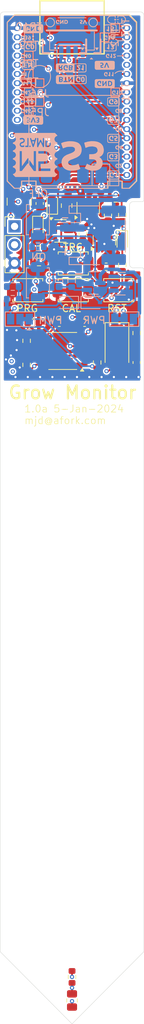
<source format=kicad_pcb>
(kicad_pcb (version 20241229) (generator "pcbnew") (generator_version "9.0")
  (title_block (date "5-Jan-2024") (rev "1.0a") (company "mjd@afork.com"))
  (layers (0 "F.Cu" signal) (4 "In1.Cu" signal) (6 "In2.Cu" signal) (2 "B.Cu" signal) (13 "F.Paste" user) (15 "B.Paste" user) (5 "F.SilkS" user "F.Silkscreen") (7 "B.SilkS" user "B.Silkscreen") (1 "F.Mask" user) (3 "B.Mask" user) (25 "Edge.Cuts" user))
  (net 0 "")
  (net 1 "+3V3")
  (net 2 "GND")
  (net 3 "+BATT")
  (net 4 "Net-(D1-A)")
  (net 5 "/S_SENSE")
  (net 6 "/EN")
  (net 7 "+BATT_SW")
  (net 8 "Net-(D2-A)")
  (net 9 "Net-(D3-A)")
  (net 10 "Net-(D4-A)")
  (net 11 "Net-(D5-A)")
  (net 12 "/BLUE")
  (net 13 "/SDA")
  (net 14 "/SCL")
  (net 15 "/DS18B20")
  (net 16 "/TX")
  (net 17 "/RX")
  (net 18 "Net-(JP1-A)")
  (net 19 "Net-(JP1-C)")
  (net 20 "/PWM")
  (net 21 "Net-(JP2-A)")
  (net 22 "Net-(JP2-B)")
  (net 23 "Net-(M1-A2CH4{slash}TCH1{slash}GPIO15{slash}SCL)")
  (net 24 "Net-(M1-A2CH3{slash}TCH14{slash}GPIO14)")
  (net 25 "Net-(M1-GPIO40{slash}CLK2{slash}MTD0)")
  (net 26 "/B_VOLT")
  (net 27 "/L_SENSE")
  (net 28 "Net-(M1-GPIO39{slash}CLK3{slash}MTCK)")
  (net 29 "Net-(M1-GPIO42{slash}MTMS)")
  (net 30 "/DONE")
  (net 31 "Net-(M1-A1CH9{slash}TCH10{slash}GPIO10)")
  (net 32 "/TH_PWR")
  (net 33 "Net-(M1-GPIO46)")
  (net 34 "/T_SENSE")
  (net 35 "/CALIB")
  (net 36 "/PROG")
  (net 37 "Net-(M1-GPIO41{slash}CLK1{slash}MTDI)")
  (net 38 "/PWR")
  (net 39 "Net-(U2-DELAY{slash}M_DRV)")
  (net 40 "Net-(U5-CV)")
  (net 41 "Net-(U5-THR)")
  (net 42 "Net-(Q1-G)")
  (net 43 "Net-(U5-DIS)")
  (net 45 "Net-(D4-K)")
  (net 46 "Net-(R22-Pad2)")
  (footprint "LED_SMD:LED_0603_1608Metric" (layer "F.Cu") (at 57.25 76.5 90)
    (property "Reference" "D1" (hide yes))
    (property "Value" "GREEN")
  )
  (footprint "Capacitor_SMD:C_0805_2012Metric" (layer "F.Cu") (at 59.25 76.8 -90)
    (property "Reference" "C3" (hide yes))
    (property "Value" "22u 25V")
  )
  (footprint "Resistor_SMD:R_0603_1608Metric" (layer "F.Cu") (at 66.075 75.8 180)
    (property "Reference" "R8" (hide yes))
    (property "Value" "100k")
  )
  (footprint "LED_SMD:LED_0603_1608Metric" (layer "F.Cu") (at 67 81.75 -90)
    (property "Reference" "D2" (hide yes))
    (property "Value" "BLUE")
  )
  (footprint "Package_TO_SOT_SMD:SOT-23-6" (layer "F.Cu") (at 58.3875 80.3)
    (property "Reference" "U2" (hide yes))
    (property "Value" "TPL5110")
  )
  (footprint "Resistor_SMD:R_0603_1608Metric" (layer "F.Cu") (at 63.5 98.5 90)
    (property "Reference" "R13" (hide yes))
    (property "Value" "10k")
  )
  (footprint "Capacitor_SMD:C_0603_1608Metric" (layer "F.Cu") (at 65 78.1 90)
    (property "Reference" "C2" (hide yes))
    (property "Value" "100n")
  )
  (footprint "Connector_PinHeader_2.54mm:PinHeader_1x03_P2.54mm_Vertical" (layer "F.Cu") (at 52 79.67)
    (property "Reference" "J3" (hide yes))
    (property "Value" "DS18B20")
  )
  (footprint "Package_TO_SOT_SMD:SOT-23-5" (layer "F.Cu") (at 62.25 77.1375 90)
    (property "Reference" "U1" (hide yes))
    (property "Value" "SPX3819M5-L-3-3")
  )
  (footprint "local:pcb-cap" (layer "F.Cu") (at 60 170)
    (property "Reference" "C7" (hide yes))
    (property "Value" "PCB CAP" (hide yes))
  )
  (footprint "Resistor_SMD:R_0603_1608Metric" (layer "F.Cu") (at 67 78.1 90)
    (property "Reference" "R1" (hide yes))
    (property "Value" "100k")
  )
  (footprint "Resistor_SMD:R_0805_2012Metric" (layer "F.Cu") (at 60 186.75 -90)
    (property "Reference" "TH1" (hide yes))
    (property "Value" "10k")
  )
  (footprint "local:SW_Push_SPST_NO_432" (layer "F.Cu") (at 60.175 84.8)
    (property "Reference" "SW1" (hide yes))
    (property "Value" "PWR2")
  )
  (footprint "Diode_SMD:D_SMA" (layer "F.Cu") (at 66.25 96.5 -90)
    (property "Reference" "D3" (hide yes))
    (property "Value" "ES2G")
  )
  (footprint "Capacitor_SMD:C_0603_1608Metric" (layer "F.Cu") (at 55.5 76.5 -90)
    (property "Reference" "C6" (hide yes))
    (property "Value" "1u")
  )
  (footprint "Capacitor_SMD:C_0603_1608Metric" (layer "F.Cu") (at 54.6 93)
    (property "Reference" "C11" (hide yes))
    (property "Value" "470pF")
  )
  (footprint "Capacitor_SMD:C_0603_1608Metric" (layer "F.Cu") (at 69 98.5 -90)
    (property "Reference" "C9" (hide yes))
    (property "Value" "1n")
  )
  (footprint "local:SW_Push_SPST_NO_432" (layer "F.Cu") (at 66.5 88.5 180)
    (property "Reference" "SW3" (hide yes))
    (property "Value" "EN")
  )
  (footprint "Diode_SMD:D_0603_1608Metric" (layer "F.Cu") (at 55.25 79.75 -90)
    (property "Reference" "Q2" (hide yes))
    (property "Value" "ALS-PT19-315C")
  )
  (footprint "Resistor_SMD:R_0603_1608Metric" (layer "F.Cu") (at 55.4 84.6)
    (property "Reference" "R11" (hide yes))
    (property "Value" "470R")
  )
  (footprint "Resistor_SMD:R_Array_Convex_4x0603" (layer "F.Cu") (at 52.65 76.25 -90)
    (property "Reference" "RN1" (hide yes))
    (property "Value" "10k")
  )
  (footprint "Resistor_SMD:R_0603_1608Metric" (layer "F.Cu") (at 53.68 98.825 90)
    (property "Reference" "R12" (hide yes))
    (property "Value" "330R")
  )
  (footprint "Resistor_SMD:R_0603_1608Metric" (layer "F.Cu") (at 67 85 90)
    (property "Reference" "R9" (hide yes))
    (property "Value" "10k")
  )
  (footprint "local:SW_Push_SPST_NO_432" (layer "F.Cu") (at 53.85 88.5)
    (property "Reference" "SW4" (hide yes))
    (property "Value" "PROG")
  )
  (footprint "Package_SO:SOIC-8_3.9x4.9mm_P1.27mm" (layer "F.Cu") (at 58.705 96.905 180)
    (property "Reference" "U5" (hide yes))
    (property "Value" "NE555P")
  )
  (footprint "Resistor_SMD:R_0603_1608Metric" (layer "F.Cu") (at 53.68 95.5 90)
    (property "Reference" "R16" (hide yes))
    (property "Value" "1k6")
  )
  (footprint "Resistor_SMD:R_0603_1608Metric" (layer "F.Cu") (at 55.4 82.9)
    (property "Reference" "R3" (hide yes))
    (property "Value" "124k")
  )
  (footprint "Capacitor_SMD:C_0603_1608Metric" (layer "F.Cu") (at 64.75 85.25)
    (property "Reference" "C1" (hide yes))
    (property "Value" "100n")
  )
  (footprint "Resistor_SMD:R_0603_1608Metric" (layer "F.Cu") (at 60 183.5 -90)
    (property "Reference" "R23" (hide yes))
    (property "Value" "100k")
  )
  (footprint "local:SW_Push_SPST_NO_432" (layer "F.Cu") (at 60.175 88.5)
    (property "Reference" "SW2" (hide yes))
    (property "Value" "CALIB")
  )
  (footprint "Capacitor_SMD:C_0603_1608Metric" (layer "F.Cu") (at 61.75 93 180)
    (property "Reference" "C8" (hide yes))
    (property "Value" "100n")
  )
  (footprint "Resistor_SMD:R_0603_1608Metric" (layer "F.Cu") (at 61.5 80.75 90)
    (property "Reference" "R7" (hide yes))
    (property "Value" "200k")
  )
  (footprint "Capacitor_SMD:C_0603_1608Metric" (layer "F.Cu") (at 58.225 93)
    (property "Reference" "C10" (hide yes))
    (property "Value" "10n")
  )
  (footprint "local:STAMP-S3-DIP" (layer "F.Cu") (at 60 62.4 180)
    (property "Reference" "M1" (hide yes))
    (property "Value" "M5StampS3" (hide yes))
  )
  (footprint "Resistor_SMD:R_0603_1608Metric" (layer "F.Cu") (at 69 94.425 -90)
    (property "Reference" "R15" (hide yes))
    (property "Value" "1M")
  )
  (footprint "Package_TO_SOT_SMD:SOT-23" (layer "F.Cu") (at 64.5 81.6 90)
    (property "Reference" "Q1" (hide yes))
    (property "Value" "AO3401A")
  )
  (footprint "local:TestPoint_Pad_1.0x1.0mm" (layer "B.Cu") (at 53.98 61.13 180)
    (property "Reference" "TP7")
    (property "Value" "TestPoint")
  )
  (footprint "local:TestPoint_Pad_1.0x1.0mm" (layer "B.Cu") (at 53.98 53.509998 180)
    (property "Reference" "TP10")
    (property "Value" "TestPoint")
  )
  (footprint "local:TestPoint_Pad_1.0x1.0mm" (layer "B.Cu") (at 55.48 62.45)
    (property "Reference" "JP5")
    (property "Value" "PCB_Pin_Breakout")
  )
  (footprint "Diode_SMD:D_SOD-323" (layer "B.Cu") (at 59.3 90.2 180)
    (property "Reference" "D5" (hide yes))
    (property "Value" "1N5819WS")
  )
  (footprint "local:AHT21B" (layer "B.Cu") (at 60.25 72.55 180)
    (property "Reference" "M2" (hide yes))
    (property "Value" "AHT21B")
  )
  (footprint "local:TestPoint_Pad_1.0x1.0mm" (layer "B.Cu") (at 53.98 56.049998 180)
    (property "Reference" "TP9")
    (property "Value" "TestPoint")
  )
  (footprint "Resistor_SMD:R_0603_1608Metric" (layer "B.Cu") (at 55.25 82.5 180)
    (property "Reference" "R22" (hide yes))
    (property "Value" "1k")
  )
  (footprint "Diode_SMD:D_SOD-323" (layer "B.Cu") (at 62.85 90.2)
    (property "Reference" "D4" (hide yes))
    (property "Value" "1N5819WS")
  )
  (footprint "local:TestPoint_Pad_1.0x1.0mm" (layer "B.Cu") (at 53.98 58.59 180)
    (property "Reference" "TP8")
    (property "Value" "TestPoint")
  )
  (footprint "local:TestPoint_Pad_1.0x1.0mm" (layer "B.Cu") (at 55.48 59.859996)
    (property "Reference" "JP6")
    (property "Value" "PCB_Pin_Breakout")
  )
  (footprint "local:TestPoint_Pad_1.0x1.0mm" (layer "B.Cu") (at 53.98 63.7 180)
    (property "Reference" "TP6")
    (property "Value" "TestPoint")
  )
  (footprint "Package_TO_SOT_SMD:SOT-23" (layer "B.Cu") (at 63 87.5)
    (property "Reference" "Q3" (hide yes))
    (property "Value" "AO3401A")
  )
  (footprint "Capacitor_SMD:C_0603_1608Metric" (layer "B.Cu") (at 58.2 87.25 -90)
    (property "Reference" "C20" (hide yes))
    (property "Value" "100n")
  )
  (footprint "local:SW_Push_SPST_NO_432" (layer "B.Cu") (at 55.25 78.75 -90)
    (property "Reference" "SW5" (hide yes))
    (property "Value" "KILL")
  )
  (footprint "Resistor_SMD:R_0603_1608Metric" (layer "B.Cu") (at 51.75 89.75 180)
    (property "Reference" "R5" (hide yes))
    (property "Value" "1M")
  )
  (footprint "Jumper:SolderJumper-3_P1.3mm_Bridged12_Pad1.0x1.5mm" (layer "B.Cu") (at 67.25 92.5)
    (property "Reference" "JP2" (hide yes))
    (property "Value" "PWR_SELECT")
  )
  (footprint "Jumper:SolderJumper-3_P1.3mm_Bridged12_Pad1.0x1.5mm" (layer "B.Cu") (at 52.75 92.5 180)
    (property "Reference" "JP1" (hide yes))
    (property "Value" "PWM_SELECT")
  )
  (footprint "Package_TO_SOT_SMD:SOT-23" (layer "B.Cu") (at 66.75 87.6)
    (property "Reference" "Q4" (hide yes))
    (property "Value" "2N7002")
  )
  (footprint "Resistor_SMD:R_0603_1608Metric" (layer "B.Cu") (at 59.95 87.25 -90)
    (property "Reference" "R21" (hide yes))
    (property "Value" "100k")
  )
  (footprint "local:TestPoint_Pad_1.0x1.0mm" (layer "B.Cu") (at 64.52 53.509998 90)
    (property "Reference" "TP2")
    (property "Value" "TestPoint")
  )
  (footprint "local:TestPoint_Pad_1.0x1.0mm" (layer "B.Cu") (at 66.02 61.129998 90)
    (property "Reference" "TP1")
    (property "Value" "TestPoint")
  )
  (footprint "Resistor_SMD:R_0603_1608Metric" (layer "B.Cu") (at 51.75 88 180)
    (property "Reference" "R6" (hide yes))
    (property "Value" "330R")
  )
  (footprint "local:TestPoint_Pad_1.0x1.0mm" (layer "B.Cu") (at 66.02 52.24 90)
    (property "Reference" "TP3")
    (property "Value" "TestPoint")
  )
  (footprint "local:SW_Push_SPST_NO_432" (layer "B.Cu") (at 55.25 87.5 -90)
    (property "Reference" "SW6" (hide yes))
    (property "Value" "PWR1")
  )
  (footprint "Connector_JST:JST_PH_S2B-PH-SM4-TB_1x02-1MP_P2.00mm_Horizontal" (layer "B.Cu") (at 62.9 80.9 -90)
    (property "Reference" "J1" (hide yes))
    (property "Value" "PH 2.0")
  )
  (footprint "Connector_JST:JST_SH_SM04B-SRSS-TB_1x04-1MP_P1.00mm_Horizontal" (layer "B.Cu") (at 60 53.5)
    (property "Reference" "J2" (hide yes))
    (property "Value" "I2C1")
  )
  (gr_line (start 70 50.5) (end 70 76) (stroke (width 0.05)) (layer "Edge.Cuts"))
  (gr_line (start 68 76.75) (end 68 84.9) (stroke (width 0.05)) (layer "Edge.Cuts"))
  (gr_line (start 70 85.643896) (end 70 180) (stroke (width 0.05)) (layer "Edge.Cuts"))
  (gr_line (start 69.5 50) (end 50.5 50) (stroke (width 0.05)) (layer "Edge.Cuts"))
  (gr_line (start 70 180) (end 60 190) (stroke (width 0.05)) (layer "Edge.Cuts"))
  (gr_line (start 68.5 85.4) (end 69.75 85.4) (stroke (width 0.05)) (layer "Edge.Cuts"))
  (gr_line (start 60 190) (end 50 180) (stroke (width 0.05)) (layer "Edge.Cuts"))
  (gr_line (start 69.75 76.25) (end 68.5 76.25) (stroke (width 0.05)) (layer "Edge.Cuts"))
  (gr_arc (start 50 50.5) (mid 50.146447 50.146447) (end 50.5 50) (stroke (width 0.05)) (layer "Edge.Cuts"))
  (gr_arc (start 69.5 50) (mid 69.853553 50.146447) (end 70 50.5) (stroke (width 0.05)) (layer "Edge.Cuts"))
  (gr_arc (start 68 76.75) (mid 68.146447 76.396447) (end 68.5 76.25) (stroke (width 0.05)) (layer "Edge.Cuts"))
  (gr_arc (start 70 76) (mid 69.926777 76.176777) (end 69.75 76.25) (stroke (width 0.05)) (layer "Edge.Cuts"))
  (gr_line (start 50 180) (end 50 50.5) (stroke (width 0.05)) (layer "Edge.Cuts"))
  (gr_arc (start 68.5 85.4) (mid 68.146447 85.253553) (end 68 84.9) (stroke (width 0.05)) (layer "Edge.Cuts"))
  (gr_arc (start 69.75 85.4) (mid 69.92493 85.470755) (end 70 85.643896) (stroke (width 0.05)) (layer "Edge.Cuts"))
  (gr_text "PRG" (at 52.153572 91.6 0) (layer "F.SilkS") (effects (font (size 1 1)) (justify left bottom)))
  (gr_text "TRG" (at 58.65 83.15 0) (layer "F.SilkS") (effects (font (size 1 1)) (justify left bottom)))
  (gr_text "CAL" (at 58.478572 91.6 0) (layer "F.SilkS") (effects (font (size 1 1)) (justify left bottom)))
  (gr_text "RST" (at 64.803572 91.6 0) (layer "F.SilkS") (effects (font (size 1 1)) (justify left bottom)))
  (gr_text "${REVISION} ${ISSUE_DATE}\n${COMPANY}" (at 53.3 107.1 0) (layer "F.SilkS") (effects (font (size 1 1) (thickness 0.1)) (justify left bottom)))
  (gr_text "Grow Monitor" (at 51 103.7 0) (layer "F.SilkS") (effects (font (size 1.8 1.8) (thickness 0.3) (bold yes)) (justify left bottom)))
  (gr_text "+" (at 59.75 83.75 0) (layer "B.SilkS") (effects (font (size 1 1)) (justify left bottom mirror)))
  (gr_text "ON" (at 56.5 84.5 0) (layer "B.SilkS") (effects (font (size 1 1)) (justify left bottom mirror)))
  (gr_text "OFF" (at 56.75 75.75 0) (layer "B.SilkS") (effects (font (size 1 1)) (justify left bottom mirror)))
  (gr_text "PWM" (at 58.75 93.24425 0) (layer "B.SilkS") (effects (font (size 1 1)) (justify left bottom mirror)))
  (gr_text "-" (at 59.75 79 0) (layer "B.SilkS") (effects (font (size 1 1)) (justify left bottom mirror)))
  (gr_text "PWR" (at 64.75 93.24425 0) (layer "B.SilkS") (effects (font (size 1 1)) (justify left bottom mirror)))
  (segment (start 61.18 95) (end 61.5 95) (width 0.25) (layer "F.Cu") (net 1))
  (segment (start 55.25 78.9625) (end 55.335447 78.9625) (width 0.25) (layer "F.Cu") (net 1))
  (segment (start 59.453739 74.25) (end 59.448552 74.255187) (width 1) (layer "F.Cu") (net 1))
  (segment (start 59.448552 75.651448) (end 59.448552 74.255187) (width 1) (layer "F.Cu") (net 1))
  (segment (start 61.15 75.85) (end 59.25 75.85) (width 1) (layer "F.Cu") (net 1))
  (segment (start 51.45 77.15) (end 52.25 77.15) (width 0.25) (layer "F.Cu") (net 1))
  (segment (start 61.3 76) (end 61.3 74.921322) (width 1) (layer "F.Cu") (net 1))
  (segment (start 60.75 74.371322) (end 61.159849 74.781171) (width 1) (layer "F.Cu") (net 1))
  (segment (start 61.3 76) (end 61.15 75.85) (width 1) (layer "F.Cu") (net 1))
  (segment (start 51.45 78.2) (end 51.5 78.25) (width 0.25) (layer "F.Cu") (net 1))
  (segment (start 59.25 75.85) (end 59.448552 75.651448) (width 1) (layer "F.Cu") (net 1))
  (segment (start 51.45 77.15) (end 51.45 78.2) (width 0.25) (layer "F.Cu") (net 1))
  (segment (start 52.25 77.15) (end 53.05 77.15) (width 0.25) (layer "F.Cu") (net 1))
  (segment (start 61.5 95) (end 62.25 94.25) (width 0.25) (layer "F.Cu") (net 1))
  (segment (start 53.05 77.15) (end 53.85 77.15) (width 0.25) (layer "F.Cu") (net 1))
  (segment (start 56.23 98.81) (end 54.94 98.81) (width 0.25) (layer "F.Cu") (net 1))
  (segment (start 54.94 98.81) (end 54.75 99) (width 0.25) (layer "F.Cu") (net 1))
  (segment (start 55.335447 78.9625) (end 56.125 78.172947) (width 0.25) (layer "F.Cu") (net 1))
  (segment (start 54.1 99.65) (end 54.75 99) (width 0.25) (layer "F.Cu") (net 1))
  (segment (start 67 85.825) (end 67 88.07211) (width 0.25) (layer "F.Cu") (net 1))
  (segment (start 53.68 99.65) (end 54.1 99.65) (width 0.25) (layer "F.Cu") (net 1))
  (segment (start 62.525 93) (end 62.525 93.975) (width 0.25) (layer "F.Cu") (net 1))
  (segment (start 60.75 74.25) (end 60.75 74.371322) (width 1) (layer "F.Cu") (net 1))
  (segment (start 67 88.07211) (end 65.5 89.57211) (width 0.25) (layer "F.Cu") (net 1))
  (segment (start 61.3 74.921322) (end 61.159849 74.781171) (width 1) (layer "F.Cu") (net 1))
  (segment (start 62.525 93.975) (end 62.25 94.25) (width 0.25) (layer "F.Cu") (net 1))
  (segment (start 60 74.25) (end 60.75 74.25) (width 1) (layer "F.Cu") (net 1))
  (segment (start 60 74.25) (end 59.453739 74.25) (width 1) (layer "F.Cu") (net 1))
  (via (at 59.448552 74.255187) (size 0.6) (drill 0.3) (layers "F.Cu" "B.Cu") (net 1))
  (via (at 59.597247 56.692267) (size 0.6) (drill 0.3) (layers "F.Cu" "B.Cu") (net 1))
  (via (at 51.5 78.25) (size 0.6) (drill 0.3) (layers "F.Cu" "B.Cu") (net 1))
  (via (at 62.25 94.25) (size 0.6) (drill 0.3) (layers "F.Cu" "B.Cu") (net 1))
  (via (at 60 74.25) (size 0.6) (drill 0.3) (layers "F.Cu" "B.Cu") (net 1))
  (via (at 65.5 89.57211) (size 0.6) (drill 0.3) (layers "F.Cu" "B.Cu") (net 1))
  (via (at 60.75 74.25) (size 0.6) (drill 0.3) (layers "F.Cu" "B.Cu") (net 1))
  (via (at 61.159849 74.781171) (size 0.6) (drill 0.3) (layers "F.Cu" "B.Cu") (net 1))
  (via (at 64.1 74.1) (size 0.6) (drill 0.3) (layers "F.Cu" "B.Cu") (net 1))
  (via (at 56.125 78.172947) (size 0.6) (drill 0.3) (layers "F.Cu" "B.Cu") (net 1))
  (via (at 54.75 99) (size 0.6) (drill 0.3) (layers "F.Cu" "B.Cu") (net 1))
  (segment (start 59.5 56.59502) (end 59.597247 56.692267) (width 0.25) (layer "B.Cu") (net 1))
  (segment (start 64.06 72.55) (end 64.06 74.06) (width 0.25) (layer "B.Cu") (net 1))
  (segment (start 59.5 55.5) (end 59.5 56.59502) (width 0.25) (layer "B.Cu") (net 1))
  (segment (start 64.06 74.06) (end 64.1 74.1) (width 0.25) (layer "B.Cu") (net 1))
  (segment (start 57.2375 77.275) (end 57.25 77.2875) (width 0.25) (layer "F.Cu") (net 2))
  (segment (start 57.5 82.85) (end 56.275 82.85) (width 0.25) (layer "F.Cu") (net 2))
  (segment (start 55.5 77.275) (end 57.2375 77.275) (width 0.25) (layer "F.Cu") (net 2))
  (segment (start 62.7 79.5) (end 63.1 79.9) (width 0.5) (layer "F.Cu") (net 2))
  (segment (start 68.7 88.5) (end 67.9 89.3) (width 0.25) (layer "F.Cu") (net 2))
  (segment (start 61.5 79.925) (end 62.175 79.925) (width 0.5) (layer "F.Cu") (net 2))
  (segment (start 59.25 77.75) (end 58.524981 78.475019) (width 0.5) (layer "F.Cu") (net 2))
  (segment (start 62.175 79.925) (end 62.7 79.4) (width 0.5) (layer "F.Cu") (net 2))
  (segment (start 57.25 77.268548) (end 56.775 76.793548) (width 0.25) (layer "F.Cu") (net 2))
  (segment (start 58.524981 78.475019) (end 58.524981 78.705191) (width 0.5) (layer "F.Cu") (net 2))
  (segment (start 62.275 79.925) (end 62.3 79.9) (width 0.5) (layer "F.Cu") (net 2))
  (segment (start 61.5 79.925) (end 62.275 79.925) (width 0.5) (layer "F.Cu") (net 2))
  (segment (start 65.525 87.347947) (end 65.631939 87.454886) (width 0.25) (layer "F.Cu") (net 2))
  (segment (start 67.9 89.3) (end 67.9 89.8) (width 0.25) (layer "F.Cu") (net 2))
  (segment (start 56.587501 80.3) (end 56.225 80.662501) (width 0.25) (layer "F.Cu") (net 2))
  (segment (start 62.25 79.175) (end 62.25 78.275) (width 0.5) (layer "F.Cu") (net 2))
  (segment (start 65.525 85.25) (end 65.525 87.347947) (width 0.25) (layer "F.Cu") (net 2))
  (segment (start 62.7 79.4) (end 62.7 79.5) (width 0.5) (layer "F.Cu") (net 2))
  (segment (start 60 186.85) (end 60 187.6625) (width 0.25) (layer "F.Cu") (net 2))
  (segment (start 62.3 79.9) (end 63.1 79.9) (width 0.5) (layer "F.Cu") (net 2))
  (segment (start 57.25 80.3) (end 56.587501 80.3) (width 0.25) (layer "F.Cu") (net 2))
  (segment (start 56.275 82.85) (end 56.225 82.9) (width 0.25) (layer "F.Cu") (net 2))
  (segment (start 62.25 78.275) (end 62.25 78.95) (width 0.5) (layer "F.Cu") (net 2))
  (segment (start 59 93) (end 60.975 93) (width 0.25) (layer "F.Cu") (net 2))
  (segment (start 56.225 80.662501) (end 56.225 82.9) (width 0.25) (layer "F.Cu") (net 2))
  (segment (start 57.25 77.2875) (end 57.25 77.268548) (width 0.25) (layer "F.Cu") (net 2))
  (segment (start 62.25 78.95) (end 62.7 79.4) (width 0.5) (layer "F.Cu") (net 2))
  (segment (start 61.5 79.925) (end 62.25 79.175) (width 0.5) (layer "F.Cu") (net 2))
  (via (at 58.749919 56.759644) (size 0.6) (drill 0.3) (layers "F.Cu" "B.Cu") (net 2))
  (via (at 65.631939 87.454886) (size 0.6) (drill 0.3) (layers "F.Cu" "B.Cu") (net 2))
  (via (at 56.775 76.793548) (size 0.6) (drill 0.3) (layers "F.Cu" "B.Cu") (net 2))
  (via (at 65.826028 100.510261) (size 0.6) (drill 0.3) (layers "F.Cu" "B.Cu") (net 2))
  (via (at 52.25 94.05) (size 0.6) (drill 0.3) (layers "F.Cu" "B.Cu") (net 2))
  (via (at 62.3 79.9) (size 0.6) (drill 0.3) (layers "F.Cu" "B.Cu") (net 2))
  (via (at 60 186.85) (size 0.6) (drill 0.3) (layers "F.Cu" "B.Cu") (net 2))
  (via (at 65.8 79.6) (size 0.6) (drill 0.3) (layers "F.Cu" "B.Cu") (net 2))
  (via (at 64.114042 100.510261) (size 0.6) (drill 0.3) (layers "F.Cu" "B.Cu") (net 2))
  (via (at 51.484899 97.528287) (size 0.6) (drill 0.3) (layers "F.Cu" "B.Cu") (net 2))
  (via (at 67.538014 100.510261) (size 0.6) (drill 0.3) (layers "F.Cu" "B.Cu") (net 2))
  (via (at 63.1 79.9) (size 0.6) (drill 0.3) (layers "F.Cu" "B.Cu") (net 2))
  (via (at 52.13014 100.510261) (size 0.6) (drill 0.3) (layers "F.Cu" "B.Cu") (net 2))
  (via (at 69.25 100.510261) (size 0.6) (drill 0.3) (layers "F.Cu" "B.Cu") (net 2))
  (via (at 53.842126 100.510261) (size 0.6) (drill 0.3) (layers "F.Cu" "B.Cu") (net 2))
  (via (at 50.801184 98.07666) (size 0.6) (drill 0.3) (layers "F.Cu" "B.Cu") (net 2))
  (via (at 52.71722 99.187375) (size 0.6) (drill 0.3) (layers "F.Cu" "B.Cu") (net 2))
  (via (at 67.9 89.8) (size 0.6) (drill 0.3) (layers "F.Cu" "B.Cu") (net 2))
  (via (at 50.95 94) (size 0.6) (drill 0.3) (layers "F.Cu" "B.Cu") (net 2))
  (via (at 52.282751 96.782751) (size 0.6) (drill 0.3) (layers "F.Cu" "B.Cu") (net 2))
  (via (at 62.7 79.4) (size 0.6) (drill 0.3) (layers "F.Cu" "B.Cu") (net 2))
  (via (at 52.35 95.4) (size 0.6) (drill 0.3) (layers "F.Cu" "B.Cu") (net 2))
  (via (at 62.402056 100.510261) (size 0.6) (drill 0.3) (layers "F.Cu" "B.Cu") (net 2))
  (via (at 55.554112 100.510261) (size 0.6) (drill 0.3) (layers "F.Cu" "B.Cu") (net 2))
  (via (at 60.69007 100.510261) (size 0.6) (drill 0.3) (layers "F.Cu" "B.Cu") (net 2))
  (via (at 64.5 82.1) (size 0.6) (drill 0.3) (layers "F.Cu" "B.Cu") (net 2))
  (via (at 58.978084 100.510261) (size 0.6) (drill 0.3) (layers "F.Cu" "B.Cu") (net 2))
  (via (at 62.1 78.65) (size 0.6) (drill 0.3) (layers "F.Cu" "B.Cu") (net 2))
  (via (at 57.5 82.85) (size 0.6) (drill 0.3) (layers "F.Cu" "B.Cu") (net 2))
  (via (at 57.266098 100.510261) (size 0.6) (drill 0.3) (layers "F.Cu" "B.Cu") (net 2))
  (via (at 58.524981 78.705191) (size 0.6) (drill 0.3) (layers "F.Cu" "B.Cu") (net 2))
  (segment (start 65.8 84.25) (end 64.5 82.95) (width 0.25) (layer "B.Cu") (net 2))
  (segment (start 57.134545 83.215455) (end 57.5 82.85) (width 0.25) (layer "B.Cu") (net 2))
  (segment (start 58.5 56.509725) (end 58.749919 56.759644) (width 0.25) (layer "B.Cu") (net 2))
  (segment (start 64.5 82.95) (end 64.5 82.1) (width 0.25) (layer "B.Cu") (net 2))
  (segment (start 59.71979 79.9) (end 58.524981 78.705191) (width 0.5) (layer "B.Cu") (net 2))
  (segment (start 58.5 55.5) (end 58.5 56.509725) (width 0.25) (layer "B.Cu") (net 2))
  (segment (start 57.134545 83.415455) (end 57.134545 83.215455) (width 0.25) (layer "B.Cu") (net 2))
  (segment (start 57.134545 83.415455) (end 55.25 85.3) (width 0.25) (layer "B.Cu") (net 2))
  (segment (start 67.6875 89.5875) (end 67.9 89.8) (width 0.25) (layer "B.Cu") (net 2))
  (segment (start 65.777053 87.6) (end 65.631939 87.454886) (width 0.25) (layer "B.Cu") (net 2))
  (segment (start 67.6875 87.6) (end 67.6875 89.5875) (width 0.25) (layer "B.Cu") (net 2))
  (segment (start 62.1 78.65) (end 61.3 78.65) (width 0.5) (layer "B.Cu") (net 2))
  (segment (start 60.05 79.9) (end 59.71979 79.9) (width 0.5) (layer "B.Cu") (net 2))
  (segment (start 65.8 77.55) (end 65.8 79.6) (width 0.25) (layer "B.Cu") (net 2))
  (segment (start 67.6875 87.6) (end 65.777053 87.6) (width 0.25) (layer "B.Cu") (net 2))
  (segment (start 61.3 78.65) (end 60.05 79.9) (width 0.5) (layer "B.Cu") (net 2))
  (segment (start 57.25 79.35) (end 58.5 79.35) (width 0.25) (layer "F.Cu") (net 3))
  (segment (start 58.7 83.570404) (end 59.929596 84.8) (width 0.25) (layer "F.Cu") (net 3))
  (segment (start 58.5 79.35) (end 59.525 79.35) (width 0.25) (layer "F.Cu") (net 3))
  (segment (start 61.2 84.6) (end 61.2 84.300004) (width 0.25) (layer "F.Cu") (net 3))
  (segment (start 61 84.8) (end 61.2 84.6) (width 0.25) (layer "F.Cu") (net 3))
  (segment (start 65.45 82.5375) (end 65.45 83.065075) (width 1) (layer "F.Cu") (net 3))
  (segment (start 58.7 83.036396) (end 58.7 83.570404) (width 0.25) (layer "F.Cu") (net 3))
  (segment (start 62.725 85.25) (end 62.275 84.8) (width 0.25) (layer "F.Cu") (net 3))
  (segment (start 58.5 79.35) (end 58.5 81.663604) (width 0.25) (layer "F.Cu") (net 3))
  (segment (start 63.975 85.25) (end 62.725 85.25) (width 0.25) (layer "F.Cu") (net 3))
  (segment (start 59.929596 84.8) (end 61 84.8) (width 0.25) (layer "F.Cu") (net 3))
  (segment (start 58.85 82.013604) (end 58.85 82.886396) (width 0.25) (layer "F.Cu") (net 3))
  (segment (start 58.85 82.886396) (end 58.7 83.036396) (width 0.25) (layer "F.Cu") (net 3))
  (segment (start 61 84.8) (end 62.275 84.8) (width 0.25) (layer "F.Cu") (net 3))
  (segment (start 63.975 84.540075) (end 63.975 85.25) (width 1) (layer "F.Cu") (net 3))
  (segment (start 65.45 83.065075) (end 63.975 84.540075) (width 1) (layer "F.Cu") (net 3))
  (segment (start 58.5 81.663604) (end 58.85 82.013604) (width 0.25) (layer "F.Cu") (net 3))
  (via (at 61.2 84.300004) (size 0.6) (drill 0.3) (layers "F.Cu" "B.Cu") (net 3))
  (segment (start 60.05 81.9) (end 61.8 81.9) (width 1) (layer "B.Cu") (net 3))
  (segment (start 59.348783 86.546713) (end 58.746713 86.546713) (width 0.25) (layer "B.Cu") (net 3))
  (segment (start 59.95 86.425) (end 59.470496 86.425) (width 0.25) (layer "B.Cu") (net 3))
  (segment (start 61.8 81.9) (end 62.304374 82.404374) (width 1) (layer "B.Cu") (net 3))
  (segment (start 62.304374 84.058126) (end 62.0625 84.3) (width 1) (layer "B.Cu") (net 3))
  (segment (start 62.304374 82.404374) (end 62.304374 84.058126) (width 1) (layer "B.Cu") (net 3))
  (segment (start 59.470496 86.425) (end 59.348783 86.546713) (width 0.25) (layer "B.Cu") (net 3))
  (segment (start 61.9375 86.425) (end 59.95 86.425) (width 0.25) (layer "B.Cu") (net 3))
  (segment (start 61.200004 84.3) (end 61.2 84.300004) (width 0.25) (layer "B.Cu") (net 3))
  (segment (start 62.0625 84.3) (end 62.0625 86.55) (width 1) (layer "B.Cu") (net 3))
  (segment (start 62.0625 84.3) (end 61.200004 84.3) (width 0.25) (layer "B.Cu") (net 3))
  (segment (start 58.675 86.475) (end 58.2 86.475) (width 0.25) (layer "B.Cu") (net 3))
  (segment (start 62.0625 86.55) (end 61.9375 86.425) (width 0.25) (layer "B.Cu") (net 3))
  (segment (start 58.746713 86.546713) (end 58.675 86.475) (width 0.25) (layer "B.Cu") (net 3))
  (segment (start 55.987501 76.5) (end 56.775001 75.7125) (width 0.25) (layer "F.Cu") (net 4))
  (segment (start 56.775001 75.7125) (end 57.25 75.7125) (width 0.25) (layer "F.Cu") (net 4))
  (segment (start 55 76.5) (end 55.987501 76.5) (width 0.25) (layer "F.Cu") (net 4))
  (segment (start 53.85 75.35) (end 55 76.5) (width 0.25) (layer "F.Cu") (net 4))
  (segment (start 68.25 94.5) (end 66.25 94.5) (width 0.25) (layer "F.Cu") (net 5))
  (segment (start 60.099998 92.2) (end 60.049998 92.25) (width 0.25) (layer "F.Cu") (net 5))
  (segment (start 63.95 92.2) (end 60.099998 92.2) (width 0.25) (layer "F.Cu") (net 5))
  (segment (start 57.332841 70.019998) (end 57.080493 70.272346) (width 0.25) (layer "F.Cu") (net 5))
  (segment (start 66.25 94.5) (end 63.95 92.2) (width 0.25) (layer "F.Cu") (net 5))
  (segment (start 69 95.25) (end 68.25 94.5) (width 0.25) (layer "F.Cu") (net 5))
  (segment (start 69 95.25) (end 69 97.725) (width 0.25) (layer "F.Cu") (net 5))
  (segment (start 67.62 70.019998) (end 57.332841 70.019998) (width 0.25) (layer "F.Cu") (net 5))
  (via (at 60.049998 92.25) (size 0.6) (drill 0.3) (layers "F.Cu" "B.Cu") (net 5))
  (via (at 57.080493 70.272346) (size 0.6) (drill 0.3) (layers "F.Cu" "B.Cu") (net 5))
  (segment (start 53.961941 74.256179) (end 53.530762 73.825) (width 0.25) (layer "F.Cu") (net 6))
  (segment (start 52.25 74.495405) (end 52.25 75.35) (width 0.25) (layer "F.Cu") (net 6))
  (segment (start 53.961941 74.256179) (end 54.156179 74.256179) (width 0.25) (layer "F.Cu") (net 6))
  (segment (start 53.961941 74.256179) (end 54.031179 74.256179) (width 0.25) (layer "F.Cu") (net 6))
  (segment (start 54.156179 74.256179) (end 54.7 74.8) (width 0.25) (layer "F.Cu") (net 6))
  (segment (start 52.920405 73.825) (end 52.25 74.495405) (width 0.25) (layer "F.Cu") (net 6))
  (segment (start 64.4 88.5) (end 62.231542 86.331542) (width 0.25) (layer "F.Cu") (net 6))
  (segment (start 56.194991 57.319993) (end 56.725 57.850002) (width 0.25) (layer "F.Cu") (net 6))
  (segment (start 54.031179 74.256179) (end 55.5 75.725) (width 0.25) (layer "F.Cu") (net 6))
  (segment (start 52.38 57.319993) (end 56.194991 57.319993) (width 0.25) (layer "F.Cu") (net 6))
  (segment (start 53.530762 73.825) (end 52.920405 73.825) (width 0.25) (layer "F.Cu") (net 6))
  (segment (start 62.231542 86.331542) (end 56.790551 86.331542) (width 0.25) (layer "F.Cu") (net 6))
  (via (at 56.790551 86.331542) (size 0.6) (drill 0.3) (layers "F.Cu" "B.Cu") (net 6))
  (via (at 53.961941 74.256179) (size 0.6) (drill 0.3) (layers "F.Cu" "B.Cu") (net 6))
  (via (at 56.725 57.850002) (size 0.6) (drill 0.3) (layers "F.Cu" "B.Cu") (net 6))
  (segment (start 67 78.925) (end 66.875 78.8) (width 0.5) (layer "F.Cu") (net 7))
  (segment (start 63.2 78.275) (end 63.8 78.875) (width 0.5) (layer "F.Cu") (net 7))
  (segment (start 65.075 78.8) (end 65 78.875) (width 0.5) (layer "F.Cu") (net 7))
  (segment (start 63.8 78.875) (end 65 78.875) (width 0.5) (layer "F.Cu") (net 7))
  (segment (start 61.3 77.612501) (end 61.750001 77.1625) (width 0.5) (layer "F.Cu") (net 7))
  (segment (start 61.750001 77.1625) (end 62.652684 77.1625) (width 0.5) (layer "F.Cu") (net 7))
  (segment (start 67 79.8) (end 67.2 80) (width 0.25) (layer "F.Cu") (net 7))
  (segment (start 62.652684 77.1625) (end 63.2 77.709816) (width 0.5) (layer "F.Cu") (net 7))
  (segment (start 63.2 77.709816) (end 63.2 78.275) (width 0.5) (layer "F.Cu") (net 7))
  (segment (start 61.3 78.275) (end 61.3 77.612501) (width 0.5) (layer "F.Cu") (net 7))
  (segment (start 66.875 78.8) (end 65.075 78.8) (width 0.5) (layer "F.Cu") (net 7))
  (segment (start 67 78.925) (end 67 79.8) (width 0.25) (layer "F.Cu") (net 7))
  (via (at 67.2 80) (size 0.6) (drill 0.3) (layers "F.Cu" "B.Cu") (net 7))
  (via (at 67.145694 91.35029) (size 0.6) (drill 0.3) (layers "F.Cu" "B.Cu") (net 7))
  (segment (start 67.25 91.454596) (end 67.25 92.5) (width 0.5) (layer "B.Cu") (net 7))
  (segment (start 67.145694 91.35029) (end 67.25 91.454596) (width 0.5) (layer "B.Cu") (net 7))
  (segment (start 67 82.5375) (end 67 84.175) (width 0.25) (layer "F.Cu") (net 8))
  (segment (start 65.425 97.675) (end 66.25 98.5) (width 0.25) (layer "F.Cu") (net 9))
  (segment (start 65.05 99.7) (end 64.8 99.7) (width 0.25) (layer "F.Cu") (net 9))
  (segment (start 63.5 97.675) (end 65.425 97.675) (width 0.25) (layer "F.Cu") (net 9))
  (segment (start 66.25 98.5) (end 65.05 99.7) (width 0.25) (layer "F.Cu") (net 9))
  (via (at 64.8 99.7) (size 0.6) (drill 0.3) (layers "F.Cu" "B.Cu") (net 9))
  (segment (start 65.8125 88.55) (end 65.55 88.55) (width 0.25) (layer "B.Cu") (net 10))
  (segment (start 62.15 88.45) (end 62.0625 88.45) (width 0.25) (layer "B.Cu") (net 10))
  (segment (start 62.0625 88.45) (end 60.325 88.45) (width 0.25) (layer "B.Cu") (net 10))
  (segment (start 59.9 88.025) (end 59.95 88.075) (width 0.25) (layer "B.Cu") (net 10))
  (segment (start 63.9 90.2) (end 62.15 88.45) (width 0.25) (layer "B.Cu") (net 10))
  (segment (start 65.55 88.55) (end 63.9 90.2) (width 0.25) (layer "B.Cu") (net 10))
  (segment (start 58.2 88.025) (end 59.9 88.025) (width 0.25) (layer "B.Cu") (net 10))
  (segment (start 60.325 88.45) (end 59.95 88.075) (width 0.25) (layer "B.Cu") (net 10))
  (segment (start 65.8125 86.65) (end 68.150908 86.65) (width 0.25) (layer "B.Cu") (net 11))
  (segment (start 65.26812 90.9) (end 58.95 90.9) (width 0.25) (layer "B.Cu") (net 11))
  (segment (start 68.799696 87.298788) (end 68.799696 89.854899) (width 0.25) (layer "B.Cu") (net 11))
  (segment (start 68.079595 90.575) (end 65.59312 90.575) (width 0.25) (layer "B.Cu") (net 11))
  (segment (start 57.825 90.625) (end 53.45 90.625) (width 0.25) (layer "B.Cu") (net 11))
  (segment (start 65.59312 90.575) (end 65.26812 90.9) (width 0.25) (layer "B.Cu") (net 11))
  (segment (start 58.95 90.9) (end 58.25 90.2) (width 0.25) (layer "B.Cu") (net 11))
  (segment (start 68.150908 86.65) (end 68.799696 87.298788) (width 0.25) (layer "B.Cu") (net 11))
  (segment (start 53.45 90.625) (end 52.575 89.75) (width 0.25) (layer "B.Cu") (net 11))
  (segment (start 58.25 90.2) (end 57.825 90.625) (width 0.25) (layer "B.Cu") (net 11))
  (segment (start 52.575 88) (end 52.575 89.75) (width 0.25) (layer "B.Cu") (net 11))
  (segment (start 68.799696 89.854899) (end 68.079595 90.575) (width 0.25) (layer "B.Cu") (net 11))
  (segment (start 66.808194 80.9625) (end 66.345694 80.5) (width 0.25) (layer "F.Cu") (net 12))
  (segment (start 67 80.9625) (end 66.808194 80.9625) (width 0.25) (layer "F.Cu") (net 12))
  (via (at 66.345694 80.5) (size 0.6) (drill 0.3) (layers "F.Cu" "B.Cu") (net 12))
  (segment (start 67.219695 73.285003) (end 68.020305 73.285003) (width 0.25) (layer "B.Cu") (net 13))
  (segment (start 67.309998 66.209998) (end 60.5 59.4) (width 0.25) (layer "B.Cu") (net 13))
  (segment (start 60.5 59.4) (end 60.5 55.5) (width 0.25) (layer "B.Cu") (net 13))
  (segment (start 68.5 67.089998) (end 67.62 66.209998) (width 0.25) (layer "B.Cu") (net 13))
  (segment (start 64.827039 70.892347) (end 67.219695 73.285003) (width 0.25) (layer "B.Cu") (net 13))
  (segment (start 68.5 72.805308) (end 68.5 67.089998) (width 0.25) (layer "B.Cu") (net 13))
  (segment (start 68.020305 73.285003) (end 68.5 72.805308) (width 0.25) (layer "B.Cu") (net 13))
  (segment (start 63.177653 70.892347) (end 64.827039 70.892347) (width 0.25) (layer "B.Cu") (net 13))
  (segment (start 67.62 66.209998) (end 67.309998 66.209998) (width 0.25) (layer "B.Cu") (net 13))
  (segment (start 61.52 72.55) (end 63.177653 70.892347) (width 0.25) (layer "B.Cu") (net 13))
  (segment (start 56.92 67.48) (end 56.8 67.6) (width 0.25) (layer "F.Cu") (net 14))
  (segment (start 67.62 67.48) (end 56.92 67.48) (width 0.25) (layer "F.Cu") (net 14))
  (via (at 56.8 67.6) (size 0.6) (drill 0.3) (layers "F.Cu" "B.Cu") (net 14))
  (segment (start 57.875 57.735) (end 67.62 67.48) (width 0.25) (layer "B.Cu") (net 14))
  (segment (start 56.44 67.96) (end 56.8 67.6) (width 0.25) (layer "B.Cu") (net 14))
  (segment (start 58.149092 54.4) (end 57.875 54.674092) (width 0.25) (layer "B.Cu") (net 14))
  (segment (start 61.5 54.725001) (end 61.174999 54.4) (width 0.25) (layer "B.Cu") (net 14))
  (segment (start 57.875 54.674092) (end 57.875 57.735) (width 0.25) (layer "B.Cu") (net 14))
  (segment (start 61.5 55.5) (end 61.5 54.725001) (width 0.25) (layer "B.Cu") (net 14))
  (segment (start 61.174999 54.4) (end 58.149092 54.4) (width 0.25) (layer "B.Cu") (net 14))
  (segment (start 56.44 72.55) (end 56.44 67.96) (width 0.25) (layer "B.Cu") (net 14))
  (segment (start 66.564998 64.725) (end 54.025 64.725) (width 0.25) (layer "F.Cu") (net 15))
  (segment (start 54.025 64.725) (end 51.65 67.1) (width 0.25) (layer "F.Cu") (net 15))
  (segment (start 67.62 63.669998) (end 66.564998 64.725) (width 0.25) (layer "F.Cu") (net 15))
  (via (at 51.65 67.1) (size 0.6) (drill 0.3) (layers "F.Cu" "B.Cu") (net 15))
  (segment (start 52.380004 62.4) (end 52.38 62.399996) (width 0.25) (layer "B.Cu") (net 16))
  (segment (start 55.5 62.4) (end 52.380004 62.4) (width 0.25) (layer "B.Cu") (net 16))
  (segment (start 52.380004 59.86) (end 52.38 59.859996) (width 0.25) (layer "B.Cu") (net 17))
  (segment (start 55.5 59.86) (end 52.380004 59.86) (width 0.25) (layer "B.Cu") (net 17))
  (segment (start 61.16 96.25) (end 61.18 96.27) (width 0.25) (layer "F.Cu") (net 18))
  (segment (start 59.75 96.25) (end 61.16 96.25) (width 0.25) (layer "F.Cu") (net 18))
  (via (at 59.75 96.25) (size 0.6) (drill 0.3) (layers "F.Cu" "B.Cu") (net 18))
  (segment (start 56 92.5) (end 59.75 96.25) (width 0.25) (layer "B.Cu") (net 18))
  (segment (start 54.05 92.5) (end 56 92.5) (width 0.25) (layer "B.Cu") (net 18))
  (segment (start 63.109396 99.325) (end 62.809396 99.025) (width 0.25) (layer "F.Cu") (net 19))
  (segment (start 63.5 99.325) (end 63.109396 99.325) (width 0.25) (layer "F.Cu") (net 19))
  (via (at 62.809396 99.025) (size 0.6) (drill 0.3) (layers "F.Cu" "B.Cu") (net 19))
  (segment (start 61.475 99.025) (end 62.809396 99.025) (width 0.25) (layer "B.Cu") (net 19))
  (segment (start 53.225 93.575) (end 56.025 93.575) (width 0.25) (layer "B.Cu") (net 19))
  (segment (start 52.75 92.5) (end 52.75 93.1) (width 0.25) (layer "B.Cu") (net 19))
  (segment (start 52.75 93.1) (end 53.225 93.575) (width 0.25) (layer "B.Cu") (net 19))
  (segment (start 56.025 93.575) (end 61.475 99.025) (width 0.25) (layer "B.Cu") (net 19))
  (segment (start 58.496868 58.59) (end 55.68687 61.399998) (width 0.25) (layer "F.Cu") (net 20))
  (segment (start 67.62 58.59) (end 58.496868 58.59) (width 0.25) (layer "F.Cu") (net 20))
  (via (at 52 91) (size 0.6) (drill 0.3) (layers "F.Cu" "B.Cu") (net 20))
  (via (at 55.68687 61.399998) (size 0.6) (drill 0.3) (layers "F.Cu" "B.Cu") (net 20))
  (segment (start 51.45 92.5) (end 51.45 91.55) (width 0.25) (layer "B.Cu") (net 20))
  (segment (start 51.45 91.55) (end 52 91) (width 0.25) (layer "B.Cu") (net 20))
  (segment (start 64.5 80.6625) (end 65.0375 81.2) (width 0.5) (layer "F.Cu") (net 21))
  (segment (start 65.0375 81.2) (end 65.9 81.2) (width 0.5) (layer "F.Cu") (net 21))
  (via (at 66.2 91.25) (size 0.6) (drill 0.3) (layers "F.Cu" "B.Cu") (net 21))
  (via (at 65.9 81.2) (size 0.6) (drill 0.3) (layers "F.Cu" "B.Cu") (net 21))
  (segment (start 65.95 91.5) (end 66.2 91.25) (width 0.5) (layer "B.Cu") (net 21))
  (segment (start 65.95 92.5) (end 65.95 91.5) (width 0.5) (layer "B.Cu") (net 21))
  (segment (start 57.525201 81.049799) (end 56.075 82.5) (width 0.25) (layer "B.Cu") (net 22))
  (segment (start 64.677482 85.622518) (end 66.422518 85.622518) (width 0.5) (layer "B.Cu") (net 22))
  (segment (start 63.9375 87.5) (end 63.9375 86.3625) (width 0.5) (layer "B.Cu") (net 22))
  (segment (start 68.6125 86.025) (end 69.375 86.7875) (width 0.5) (layer "B.Cu") (net 22))
  (segment (start 63.220405 81.675) (end 62.595204 81.049799) (width 0.25) (layer "B.Cu") (net 22))
  (segment (start 69.375 91.675) (end 68.55 92.5) (width 0.5) (layer "B.Cu") (net 22))
  (segment (start 63.9375 86.3625) (end 64.677482 85.622518) (width 0.5) (layer "B.Cu") (net 22))
  (segment (start 62.595204 81.049799) (end 57.525201 81.049799) (width 0.25) (layer "B.Cu") (net 22))
  (segment (start 69.375 86.7875) (end 69.375 91.675) (width 0.5) (layer "B.Cu") (net 22))
  (segment (start 66.825 86.025) (end 68.6125 86.025) (width 0.5) (layer "B.Cu") (net 22))
  (segment (start 66.422518 85.622518) (end 66.825 86.025) (width 0.5) (layer "B.Cu") (net 22))
  (segment (start 63.9375 87.5) (end 63.220405 86.782905) (width 0.25) (layer "B.Cu") (net 22))
  (segment (start 63.220405 86.782905) (end 63.220405 81.675) (width 0.25) (layer "B.Cu") (net 22))
  (segment (start 67.58 52.2) (end 67.62 52.24) (width 0.25) (layer "B.Cu") (net 23))
  (segment (start 67.62 52.24) (end 66 52.24) (width 0.25) (layer "B.Cu") (net 23))
  (segment (start 67.62 53.509998) (end 64.5 53.509998) (width 0.25) (layer "B.Cu") (net 24))
  (segment (start 67.610002 53.5) (end 67.62 53.509998) (width 0.25) (layer "B.Cu") (net 24))
  (segment (start 54 56.049998) (end 52.38 56.049998) (width 0.25) (layer "B.Cu") (net 25))
  (segment (start 66.9 77.175) (end 67 77.275) (width 0.25) (layer "F.Cu") (net 26))
  (segment (start 66.9 75.8) (end 66.9 77.175) (width 0.25) (layer "F.Cu") (net 26))
  (segment (start 57 53.6) (end 53.559996 53.6) (width 0.25) (layer "F.Cu") (net 26))
  (segment (start 66.322968 75.222968) (end 66.9 75.8) (width 0.25) (layer "F.Cu") (net 26))
  (segment (start 53.559996 53.6) (end 52.38 54.779996) (width 0.25) (layer "F.Cu") (net 26))
  (segment (start 66.085416 75.222968) (end 66.322968 75.222968) (width 0.25) (layer "F.Cu") (net 26))
  (via (at 57 53.6) (size 0.6) (drill 0.3) (layers "F.Cu" "B.Cu") (net 26))
  (via (at 66.085416 75.222968) (size 0.6) (drill 0.3) (layers "F.Cu" "B.Cu") (net 26))
  (via (at 55.351192 74.527693) (size 0.6) (drill 0.3) (layers "F.Cu" "B.Cu") (net 26))
  (segment (start 65.902213 75.406171) (end 56.22967 75.406171) (width 0.25) (layer "B.Cu") (net 26))
  (segment (start 56.22967 75.406171) (end 55.351192 74.527693) (width 0.25) (layer "B.Cu") (net 26))
  (segment (start 66.085416 75.222968) (end 65.902213 75.406171) (width 0.25) (layer "B.Cu") (net 26))
  (segment (start 58.05 74.647264) (end 58.05 76.83746) (width 0.25) (layer "F.Cu") (net 27))
  (segment (start 57.048545 78.2) (end 57.6 78.2) (width 0.25) (layer "F.Cu") (net 27))
  (segment (start 57.6 78.2) (end 58.05 77.75) (width 0.25) (layer "F.Cu") (net 27))
  (segment (start 58.448572 74.248692) (end 58.05 74.647264) (width 0.25) (layer "F.Cu") (net 27))
  (segment (start 56.1 79.148545) (end 57.048545 78.2) (width 0.25) (layer "F.Cu") (net 27))
  (segment (start 54.575 84.6) (end 53.85 83.875) (width 0.25) (layer "F.Cu") (net 27))
  (segment (start 53.85 81.9375) (end 55.25 80.5375) (width 0.25) (layer "F.Cu") (net 27))
  (segment (start 58.448572 74.248692) (end 58.623552 74.073712) (width 0.25) (layer "F.Cu") (net 27))
  (segment (start 56.1 79.6875) (end 56.1 79.148545) (width 0.25) (layer "F.Cu") (net 27))
  (segment (start 55.25 80.5375) (end 56.1 79.6875) (width 0.25) (layer "F.Cu") (net 27))
  (segment (start 58.623552 73.913461) (end 59.97701 72.560003) (width 0.25) (layer "F.Cu") (net 27))
  (segment (start 59.97701 72.560003) (end 67.62 72.560003) (width 0.25) (layer "F.Cu") (net 27))
  (segment (start 58.623552 74.073712) (end 58.623552 73.913461) (width 0.25) (layer "F.Cu") (net 27))
  (segment (start 58.05 77.75) (end 58.05 76.83746) (width 0.25) (layer "F.Cu") (net 27))
  (segment (start 58.05 76.74373) (end 58.05 76.83746) (width 0.25) (layer "F.Cu") (net 27))
  (segment (start 53.85 83.875) (end 53.85 81.9375) (width 0.25) (layer "F.Cu") (net 27))
  (via (at 58.448572 74.248692) (size 0.6) (drill 0.3) (layers "F.Cu" "B.Cu") (net 27))
  (segment (start 54 53.509998) (end 52.38 53.509998) (width 0.25) (layer "B.Cu") (net 28))
  (segment (start 54 61.13) (end 52.380002 61.13) (width 0.25) (layer "B.Cu") (net 29))
  (segment (start 52.380002 61.13) (end 52.38 61.129998) (width 0.25) (layer "B.Cu") (net 29))
  (segment (start 59.525 83.170404) (end 59.551613 83.197017) (width 0.25) (layer "F.Cu") (net 30))
  (segment (start 59.525 81.25) (end 59.525 83.170404) (width 0.25) (layer "F.Cu") (net 30))
  (segment (start 61.5 81.575) (end 61.5 82.632904) (width 0.25) (layer "F.Cu") (net 30))
  (segment (start 61.5 82.632904) (end 61.2 82.932904) (width 0.25) (layer "F.Cu") (net 30))
  (segment (start 61.5 81.575) (end 61.675 81.575) (width 0.25) (layer "F.Cu") (net 30))
  (segment (start 67.62 68.749998) (end 57.850002 68.749998) (width 0.25) (layer "F.Cu") (net 30))
  (segment (start 57.850002 68.749998) (end 57.8 68.8) (width 0.25) (layer "F.Cu") (net 30))
  (via (at 61.2 82.932904) (size 0.6) (drill 0.3) (layers "F.Cu" "B.Cu") (net 30))
  (via (at 59.551613 83.197017) (size 0.6) (drill 0.3) (layers "F.Cu" "B.Cu") (net 30))
  (via (at 57.8 68.8) (size 0.6) (drill 0.3) (layers "F.Cu" "B.Cu") (net 30))
  (segment (start 66 61.129998) (end 67.62 61.129998) (width 0.25) (layer "B.Cu") (net 31))
  (segment (start 67.590002 61.1) (end 67.62 61.129998) (width 0.25) (layer "B.Cu") (net 31))
  (segment (start 60 182.675) (end 60 183.5) (width 0.25) (layer "F.Cu") (net 32))
  (segment (start 67.62 56.049998) (end 57.199968 56.049998) (width 0.25) (layer "F.Cu") (net 32))
  (via (at 54.75 88.400001) (size 0.6) (drill 0.3) (layers "F.Cu" "B.Cu") (net 32))
  (via (at 51.75 99.75) (size 0.6) (drill 0.3) (layers "F.Cu" "B.Cu") (net 32))
  (via (at 57.199968 56.049998) (size 0.6) (drill 0.3) (layers "F.Cu" "B.Cu") (net 32))
  (via (at 60 183.5) (size 0.6) (drill 0.3) (layers "F.Cu" "B.Cu") (net 32))
  (segment (start 54 63.67) (end 52.38 63.67) (width 0.25) (layer "B.Cu") (net 33))
  (segment (start 56.287027 54.78) (end 55.804729 54.297702) (width 0.25) (layer "F.Cu") (net 34))
  (segment (start 60 184.325) (end 60 185) (width 0.25) (layer "F.Cu") (net 34))
  (segment (start 60 185.8375) (end 60 185) (width 0.25) (layer "F.Cu") (net 34))
  (segment (start 67.62 54.78) (end 56.287027 54.78) (width 0.25) (layer "F.Cu") (net 34))
  (via (at 51.59427 98.320778) (size 0.6) (drill 0.3) (layers "F.Cu" "B.Cu") (net 34))
  (via (at 60 185) (size 0.6) (drill 0.3) (layers "F.Cu" "B.Cu") (net 34))
  (via (at 55.804729 54.297702) (size 0.6) (drill 0.3) (layers "F.Cu" "B.Cu") (net 34))
  (segment (start 66.272345 66.287655) (end 54.721353 66.287655) (width 0.25) (layer "F.Cu") (net 35))
  (segment (start 67.62 64.94) (end 66.272345 66.287655) (width 0.25) (layer "F.Cu") (net 35))
  (segment (start 53.05 74.65) (end 53.2 74.5) (width 0.25) (layer "F.Cu") (net 35))
  (segment (start 60.913354 87.138354) (end 56.825 87.138354) (width 0.25) (layer "F.Cu") (net 35))
  (segment (start 62.275 88.5) (end 60.913354 87.138354) (width 0.25) (layer "F.Cu") (net 35))
  (segment (start 53.05 75.35) (end 53.05 74.65) (width 0.25) (layer "F.Cu") (net 35))
  (via (at 53.2 74.5) (size 0.6) (drill 0.3) (layers "F.Cu" "B.Cu") (net 35))
  (via (at 56.825 87.138354) (size 0.6) (drill 0.3) (layers "F.Cu" "B.Cu") (net 35))
  (via (at 54.721353 66.287655) (size 0.6) (drill 0.3) (layers "F.Cu" "B.Cu") (net 35))
  (segment (start 55.95 88.5) (end 54.952715 87.502715) (width 0.25) (layer "F.Cu") (net 36))
  (segment (start 67.62 62.399998) (end 57.150002 62.399998) (width 0.25) (layer "F.Cu") (net 36))
  (segment (start 51.45 76.15) (end 51.45 75.35) (width 0.25) (layer "F.Cu") (net 36))
  (segment (start 57.150002 62.399998) (end 56.7 62.85) (width 0.25) (layer "F.Cu") (net 36))
  (segment (start 51.55 76.25) (end 51.45 76.15) (width 0.25) (layer "F.Cu") (net 36))
  (segment (start 54.952715 87.502715) (end 54.952715 87.271192) (width 0.25) (layer "F.Cu") (net 36))
  (segment (start 52.5 76.25) (end 51.55 76.25) (width 0.25) (layer "F.Cu") (net 36))
  (via (at 52.5 76.25) (size 0.6) (drill 0.3) (layers "F.Cu" "B.Cu") (net 36))
  (via (at 56.7 62.85) (size 0.6) (drill 0.3) (layers "F.Cu" "B.Cu") (net 36))
  (via (at 54.952715 87.271192) (size 0.6) (drill 0.3) (layers "F.Cu" "B.Cu") (net 36))
  (segment (start 54 58.59) (end 52.38 58.59) (width 0.25) (layer "B.Cu") (net 37))
  (segment (start 53.175 85.75) (end 50.925 88) (width 0.25) (layer "B.Cu") (net 38))
  (segment (start 53.175 78.625) (end 53.175 85.75) (width 0.25) (layer "B.Cu") (net 38))
  (segment (start 55.25 76.55) (end 53.175 78.625) (width 0.25) (layer "B.Cu") (net 38))
  (segment (start 58.25 82.090809) (end 57.409191 81.25) (width 0.25) (layer "F.Cu") (net 39))
  (segment (start 58.25 82.920405) (end 58.25 82.090809) (width 0.25) (layer "F.Cu") (net 39))
  (segment (start 55.475 83.8) (end 56.648004 83.8) (width 0.25) (layer "F.Cu") (net 39))
  (segment (start 56.95 84.101996) (end 57.627599 84.101996) (width 0.25) (layer "F.Cu") (net 39))
  (segment (start 58.25 84.525) (end 57.975 84.8) (width 0.25) (layer "F.Cu") (net 39))
  (segment (start 58.25 82.920405) (end 58.25 84.525) (width 0.25) (layer "F.Cu") (net 39))
  (segment (start 56.648004 83.8) (end 56.95 84.101996) (width 0.25) (layer "F.Cu") (net 39))
  (segment (start 58.25 83.479595) (end 58.25 82.920405) (width 0.25) (layer "F.Cu") (net 39))
  (segment (start 54.575 82.9) (end 55.475 83.8) (width 0.25) (layer "F.Cu") (net 39))
  (segment (start 57.627599 84.101996) (end 58.25 83.479595) (width 0.25) (layer "F.Cu") (net 39))
  (segment (start 57.409191 81.25) (end 57.25 81.25) (width 0.25) (layer "F.Cu") (net 39))
  (segment (start 56.23 95) (end 57.45 93.78) (width 0.25) (layer "F.Cu") (net 40))
  (segment (start 57.45 93.78) (end 57.45 93) (width 0.25) (layer "F.Cu") (net 40))
  (segment (start 53.68 94.675) (end 53.825 94.53) (width 0.25) (layer "F.Cu") (net 41))
  (segment (start 53.825 94.53) (end 53.825 93) (width 0.25) (layer "F.Cu") (net 41))
  (segment (start 58.474999 97.54) (end 61.18 97.54) (width 0.25) (layer "F.Cu") (net 41))
  (segment (start 55.275 96.27) (end 56.23 96.27) (width 0.25) (layer "F.Cu") (net 41))
  (segment (start 53.68 94.675) (end 55.275 96.27) (width 0.25) (layer "F.Cu") (net 41))
  (segment (start 57.204999 96.27) (end 58.474999 97.54) (width 0.25) (layer "F.Cu") (net 41))
  (segment (start 56.23 96.27) (end 57.204999 96.27) (width 0.25) (layer "F.Cu") (net 41))
  (segment (start 60.187499 80.3) (end 60.525 80.637501) (width 0.25) (layer "F.Cu") (net 42))
  (segment (start 62.582904 82.5375) (end 63.55 82.5375) (width 0.25) (layer "F.Cu") (net 42))
  (segment (start 60.525 83.315809) (end 60.817095 83.607904) (width 0.25) (layer "F.Cu") (net 42))
  (segment (start 59.525 80.3) (end 60.187499 80.3) (width 0.25) (layer "F.Cu") (net 42))
  (segment (start 60.525 80.637501) (end 60.525 83.315809) (width 0.25) (layer "F.Cu") (net 42))
  (segment (start 60.817095 83.607904) (end 61.5125 83.607904) (width 0.25) (layer "F.Cu") (net 42))
  (segment (start 61.5125 83.607904) (end 62.582904 82.5375) (width 0.25) (layer "F.Cu") (net 42))
  (segment (start 53.68 98) (end 54.14 97.54) (width 0.25) (layer "F.Cu") (net 43))
  (segment (start 54.14 97.54) (end 56.23 97.54) (width 0.25) (layer "F.Cu") (net 43))
  (segment (start 53.68 96.325) (end 53.68 98) (width 0.25) (layer "F.Cu") (net 43))
  (segment (start 59.052134 88.902134) (end 55.947866 88.902134) (width 0.25) (layer "B.Cu") (net 45))
  (segment (start 61.8 90.2) (end 60.35 90.2) (width 0.25) (layer "B.Cu") (net 45))
  (segment (start 55.947866 88.902134) (end 55.25 89.6) (width 0.25) (layer "B.Cu") (net 45))
  (segment (start 60.35 90.2) (end 59.052134 88.902134) (width 0.25) (layer "B.Cu") (net 45))
  (segment (start 54.425 81.675) (end 54.425 82.5) (width 0.25) (layer "B.Cu") (net 46))
  (segment (start 55.25 80.85) (end 54.425 81.675) (width 0.25) (layer "B.Cu") (net 46))
  (zone (net 2) (net_name "GND") (layers "F.Cu" "B.Cu") (priority 1) (connect_pads (clearance 0.2)) (min_thickness 0.25) (fill yes (thermal_gap 0.5) (thermal_bridge_width 0.5))
    (polygon (pts (xy 50 50) (xy 70 50) (xy 70 101) (xy 50 101)))
  )
)
</source>
